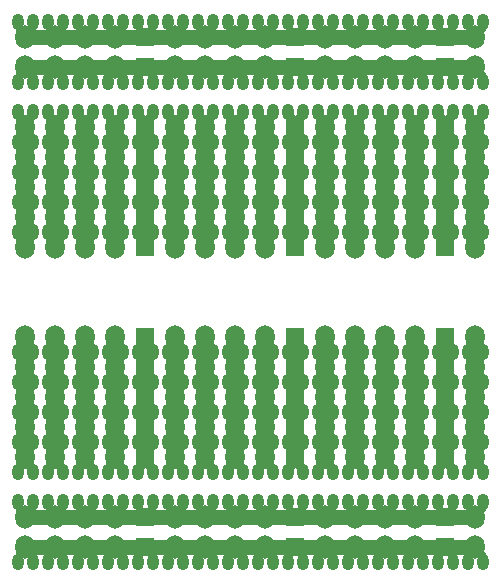
<source format=gbl>
%FSLAX34Y34*%
G04 Gerber Fmt 3.4, Leading zero omitted, Abs format*
G04 (created by PCBNEW (2014-06-12 BZR 4942)-product) date Sat 14 Jun 2014 05:02:03 AM CEST*
%MOIN*%
G01*
G70*
G90*
G04 APERTURE LIST*
%ADD10C,0.005906*%
%ADD11O,0.064961X0.078740*%
%ADD12R,0.064961X0.064961*%
%ADD13O,0.039370X0.055118*%
%ADD14C,0.016000*%
%ADD15C,0.050000*%
G04 APERTURE END LIST*
G54D10*
G54D11*
X10750Y-40500D03*
X11750Y-40500D03*
X12750Y-40500D03*
X13750Y-40500D03*
G54D12*
X14750Y-40500D03*
G54D11*
X15750Y-40500D03*
X16750Y-40500D03*
X17750Y-40500D03*
X18750Y-30500D03*
G54D12*
X19750Y-30500D03*
G54D11*
X20750Y-30500D03*
X21750Y-30500D03*
X22750Y-30500D03*
X23750Y-30500D03*
G54D12*
X24750Y-30500D03*
G54D11*
X25750Y-30500D03*
G54D13*
X22500Y-29000D03*
X23000Y-29000D03*
X23500Y-29000D03*
X24000Y-29000D03*
X24500Y-29000D03*
X25000Y-29000D03*
X25500Y-29000D03*
X26000Y-29000D03*
G54D11*
X18750Y-33500D03*
G54D12*
X19750Y-33500D03*
G54D11*
X20750Y-33500D03*
X21750Y-33500D03*
X22750Y-33500D03*
X23750Y-33500D03*
G54D12*
X24750Y-33500D03*
G54D11*
X25750Y-33500D03*
X18750Y-29500D03*
G54D12*
X19750Y-29500D03*
G54D11*
X20750Y-29500D03*
X21750Y-29500D03*
X22750Y-29500D03*
X23750Y-29500D03*
G54D12*
X24750Y-29500D03*
G54D11*
X25750Y-29500D03*
X18750Y-31500D03*
G54D12*
X19750Y-31500D03*
G54D11*
X20750Y-31500D03*
X21750Y-31500D03*
X22750Y-31500D03*
X23750Y-31500D03*
G54D12*
X24750Y-31500D03*
G54D11*
X25750Y-31500D03*
X18750Y-32500D03*
G54D12*
X19750Y-32500D03*
G54D11*
X20750Y-32500D03*
X21750Y-32500D03*
X22750Y-32500D03*
X23750Y-32500D03*
G54D12*
X24750Y-32500D03*
G54D11*
X25750Y-32500D03*
X18750Y-36500D03*
G54D12*
X19750Y-36500D03*
G54D11*
X20750Y-36500D03*
X21750Y-36500D03*
X22750Y-36500D03*
X23750Y-36500D03*
G54D12*
X24750Y-36500D03*
G54D11*
X25750Y-36500D03*
X18750Y-40500D03*
G54D12*
X19750Y-40500D03*
G54D11*
X20750Y-40500D03*
X21750Y-40500D03*
X22750Y-40500D03*
X23750Y-40500D03*
G54D12*
X24750Y-40500D03*
G54D11*
X25750Y-40500D03*
X18750Y-39500D03*
G54D12*
X19750Y-39500D03*
G54D11*
X20750Y-39500D03*
X21750Y-39500D03*
X22750Y-39500D03*
X23750Y-39500D03*
G54D12*
X24750Y-39500D03*
G54D11*
X25750Y-39500D03*
X18750Y-38500D03*
G54D12*
X19750Y-38500D03*
G54D11*
X20750Y-38500D03*
X21750Y-38500D03*
X22750Y-38500D03*
X23750Y-38500D03*
G54D12*
X24750Y-38500D03*
G54D11*
X25750Y-38500D03*
X18750Y-37500D03*
G54D12*
X19750Y-37500D03*
G54D11*
X20750Y-37500D03*
X21750Y-37500D03*
X22750Y-37500D03*
X23750Y-37500D03*
G54D12*
X24750Y-37500D03*
G54D11*
X25750Y-37500D03*
G54D13*
X18500Y-29000D03*
X19000Y-29000D03*
X19500Y-29000D03*
X20000Y-29000D03*
X20500Y-29000D03*
X21000Y-29000D03*
X21500Y-29000D03*
X22000Y-29000D03*
X18500Y-30000D03*
X19000Y-30000D03*
X19500Y-30000D03*
X20000Y-30000D03*
X20500Y-30000D03*
X21000Y-30000D03*
X21500Y-30000D03*
X22000Y-30000D03*
X18500Y-31000D03*
X19000Y-31000D03*
X19500Y-31000D03*
X20000Y-31000D03*
X20500Y-31000D03*
X21000Y-31000D03*
X21500Y-31000D03*
X22000Y-31000D03*
X18500Y-32000D03*
X19000Y-32000D03*
X19500Y-32000D03*
X20000Y-32000D03*
X20500Y-32000D03*
X21000Y-32000D03*
X21500Y-32000D03*
X22000Y-32000D03*
X18500Y-33000D03*
X19000Y-33000D03*
X19500Y-33000D03*
X20000Y-33000D03*
X20500Y-33000D03*
X21000Y-33000D03*
X21500Y-33000D03*
X22000Y-33000D03*
X18500Y-37000D03*
X19000Y-37000D03*
X19500Y-37000D03*
X20000Y-37000D03*
X20500Y-37000D03*
X21000Y-37000D03*
X21500Y-37000D03*
X22000Y-37000D03*
X18500Y-38000D03*
X19000Y-38000D03*
X19500Y-38000D03*
X20000Y-38000D03*
X20500Y-38000D03*
X21000Y-38000D03*
X21500Y-38000D03*
X22000Y-38000D03*
X18500Y-39000D03*
X19000Y-39000D03*
X19500Y-39000D03*
X20000Y-39000D03*
X20500Y-39000D03*
X21000Y-39000D03*
X21500Y-39000D03*
X22000Y-39000D03*
X18500Y-40000D03*
X19000Y-40000D03*
X19500Y-40000D03*
X20000Y-40000D03*
X20500Y-40000D03*
X21000Y-40000D03*
X21500Y-40000D03*
X22000Y-40000D03*
X18500Y-41000D03*
X19000Y-41000D03*
X19500Y-41000D03*
X20000Y-41000D03*
X20500Y-41000D03*
X21000Y-41000D03*
X21500Y-41000D03*
X22000Y-41000D03*
X22500Y-30000D03*
X23000Y-30000D03*
X23500Y-30000D03*
X24000Y-30000D03*
X24500Y-30000D03*
X25000Y-30000D03*
X25500Y-30000D03*
X26000Y-30000D03*
X22500Y-31000D03*
X23000Y-31000D03*
X23500Y-31000D03*
X24000Y-31000D03*
X24500Y-31000D03*
X25000Y-31000D03*
X25500Y-31000D03*
X26000Y-31000D03*
X22500Y-32000D03*
X23000Y-32000D03*
X23500Y-32000D03*
X24000Y-32000D03*
X24500Y-32000D03*
X25000Y-32000D03*
X25500Y-32000D03*
X26000Y-32000D03*
X22500Y-33000D03*
X23000Y-33000D03*
X23500Y-33000D03*
X24000Y-33000D03*
X24500Y-33000D03*
X25000Y-33000D03*
X25500Y-33000D03*
X26000Y-33000D03*
X22500Y-41000D03*
X23000Y-41000D03*
X23500Y-41000D03*
X24000Y-41000D03*
X24500Y-41000D03*
X25000Y-41000D03*
X25500Y-41000D03*
X26000Y-41000D03*
X22500Y-40000D03*
X23000Y-40000D03*
X23500Y-40000D03*
X24000Y-40000D03*
X24500Y-40000D03*
X25000Y-40000D03*
X25500Y-40000D03*
X26000Y-40000D03*
X22500Y-39000D03*
X23000Y-39000D03*
X23500Y-39000D03*
X24000Y-39000D03*
X24500Y-39000D03*
X25000Y-39000D03*
X25500Y-39000D03*
X26000Y-39000D03*
X22500Y-38000D03*
X23000Y-38000D03*
X23500Y-38000D03*
X24000Y-38000D03*
X24500Y-38000D03*
X25000Y-38000D03*
X25500Y-38000D03*
X26000Y-38000D03*
X22500Y-37000D03*
X23000Y-37000D03*
X23500Y-37000D03*
X24000Y-37000D03*
X24500Y-37000D03*
X25000Y-37000D03*
X25500Y-37000D03*
X26000Y-37000D03*
X18500Y-42000D03*
X19000Y-42000D03*
X19500Y-42000D03*
X20000Y-42000D03*
X20500Y-42000D03*
X21000Y-42000D03*
X21500Y-42000D03*
X22000Y-42000D03*
X22500Y-42000D03*
X23000Y-42000D03*
X23500Y-42000D03*
X24000Y-42000D03*
X24500Y-42000D03*
X25000Y-42000D03*
X25500Y-42000D03*
X26000Y-42000D03*
G54D11*
X18750Y-42500D03*
G54D12*
X19750Y-42500D03*
G54D11*
X20750Y-42500D03*
X21750Y-42500D03*
X22750Y-42500D03*
X23750Y-42500D03*
G54D12*
X24750Y-42500D03*
G54D11*
X25750Y-42500D03*
X18750Y-43500D03*
G54D12*
X19750Y-43500D03*
G54D11*
X20750Y-43500D03*
X21750Y-43500D03*
X22750Y-43500D03*
X23750Y-43500D03*
G54D12*
X24750Y-43500D03*
G54D11*
X25750Y-43500D03*
G54D13*
X22500Y-44000D03*
X23000Y-44000D03*
X23500Y-44000D03*
X24000Y-44000D03*
X24500Y-44000D03*
X25000Y-44000D03*
X25500Y-44000D03*
X26000Y-44000D03*
X18500Y-44000D03*
X19000Y-44000D03*
X19500Y-44000D03*
X20000Y-44000D03*
X20500Y-44000D03*
X21000Y-44000D03*
X21500Y-44000D03*
X22000Y-44000D03*
X18500Y-28000D03*
X19000Y-28000D03*
X19500Y-28000D03*
X20000Y-28000D03*
X20500Y-28000D03*
X21000Y-28000D03*
X21500Y-28000D03*
X22000Y-28000D03*
X22500Y-28000D03*
X23000Y-28000D03*
X23500Y-28000D03*
X24000Y-28000D03*
X24500Y-28000D03*
X25000Y-28000D03*
X25500Y-28000D03*
X26000Y-28000D03*
G54D11*
X18750Y-27500D03*
G54D12*
X19750Y-27500D03*
G54D11*
X20750Y-27500D03*
X21750Y-27500D03*
X22750Y-27500D03*
X23750Y-27500D03*
G54D12*
X24750Y-27500D03*
G54D11*
X25750Y-27500D03*
X18750Y-26500D03*
G54D12*
X19750Y-26500D03*
G54D11*
X20750Y-26500D03*
X21750Y-26500D03*
X22750Y-26500D03*
X23750Y-26500D03*
G54D12*
X24750Y-26500D03*
G54D11*
X25750Y-26500D03*
G54D13*
X22500Y-26000D03*
X23000Y-26000D03*
X23500Y-26000D03*
X24000Y-26000D03*
X24500Y-26000D03*
X25000Y-26000D03*
X25500Y-26000D03*
X26000Y-26000D03*
X18500Y-26000D03*
X19000Y-26000D03*
X19500Y-26000D03*
X20000Y-26000D03*
X20500Y-26000D03*
X21000Y-26000D03*
X21500Y-26000D03*
X22000Y-26000D03*
X10500Y-26000D03*
X11000Y-26000D03*
X11500Y-26000D03*
X12000Y-26000D03*
X12500Y-26000D03*
X13000Y-26000D03*
X13500Y-26000D03*
X14000Y-26000D03*
X14500Y-26000D03*
X15000Y-26000D03*
X15500Y-26000D03*
X16000Y-26000D03*
X16500Y-26000D03*
X17000Y-26000D03*
X17500Y-26000D03*
X18000Y-26000D03*
G54D11*
X10750Y-26500D03*
X11750Y-26500D03*
X12750Y-26500D03*
X13750Y-26500D03*
G54D12*
X14750Y-26500D03*
G54D11*
X15750Y-26500D03*
X16750Y-26500D03*
X17750Y-26500D03*
X10750Y-27500D03*
X11750Y-27500D03*
X12750Y-27500D03*
X13750Y-27500D03*
G54D12*
X14750Y-27500D03*
G54D11*
X15750Y-27500D03*
X16750Y-27500D03*
X17750Y-27500D03*
G54D13*
X14500Y-28000D03*
X15000Y-28000D03*
X15500Y-28000D03*
X16000Y-28000D03*
X16500Y-28000D03*
X17000Y-28000D03*
X17500Y-28000D03*
X18000Y-28000D03*
X10500Y-28000D03*
X11000Y-28000D03*
X11500Y-28000D03*
X12000Y-28000D03*
X12500Y-28000D03*
X13000Y-28000D03*
X13500Y-28000D03*
X14000Y-28000D03*
X10500Y-44000D03*
X11000Y-44000D03*
X11500Y-44000D03*
X12000Y-44000D03*
X12500Y-44000D03*
X13000Y-44000D03*
X13500Y-44000D03*
X14000Y-44000D03*
X14500Y-44000D03*
X15000Y-44000D03*
X15500Y-44000D03*
X16000Y-44000D03*
X16500Y-44000D03*
X17000Y-44000D03*
X17500Y-44000D03*
X18000Y-44000D03*
G54D11*
X10750Y-43500D03*
X11750Y-43500D03*
X12750Y-43500D03*
X13750Y-43500D03*
G54D12*
X14750Y-43500D03*
G54D11*
X15750Y-43500D03*
X16750Y-43500D03*
X17750Y-43500D03*
X10750Y-42500D03*
X11750Y-42500D03*
X12750Y-42500D03*
X13750Y-42500D03*
G54D12*
X14750Y-42500D03*
G54D11*
X15750Y-42500D03*
X16750Y-42500D03*
X17750Y-42500D03*
G54D13*
X14500Y-42000D03*
X15000Y-42000D03*
X15500Y-42000D03*
X16000Y-42000D03*
X16500Y-42000D03*
X17000Y-42000D03*
X17500Y-42000D03*
X18000Y-42000D03*
X10500Y-42000D03*
X11000Y-42000D03*
X11500Y-42000D03*
X12000Y-42000D03*
X12500Y-42000D03*
X13000Y-42000D03*
X13500Y-42000D03*
X14000Y-42000D03*
X14500Y-37000D03*
X15000Y-37000D03*
X15500Y-37000D03*
X16000Y-37000D03*
X16500Y-37000D03*
X17000Y-37000D03*
X17500Y-37000D03*
X18000Y-37000D03*
X14500Y-38000D03*
X15000Y-38000D03*
X15500Y-38000D03*
X16000Y-38000D03*
X16500Y-38000D03*
X17000Y-38000D03*
X17500Y-38000D03*
X18000Y-38000D03*
X14500Y-39000D03*
X15000Y-39000D03*
X15500Y-39000D03*
X16000Y-39000D03*
X16500Y-39000D03*
X17000Y-39000D03*
X17500Y-39000D03*
X18000Y-39000D03*
X14500Y-40000D03*
X15000Y-40000D03*
X15500Y-40000D03*
X16000Y-40000D03*
X16500Y-40000D03*
X17000Y-40000D03*
X17500Y-40000D03*
X18000Y-40000D03*
X14500Y-41000D03*
X15000Y-41000D03*
X15500Y-41000D03*
X16000Y-41000D03*
X16500Y-41000D03*
X17000Y-41000D03*
X17500Y-41000D03*
X18000Y-41000D03*
X14500Y-33000D03*
X15000Y-33000D03*
X15500Y-33000D03*
X16000Y-33000D03*
X16500Y-33000D03*
X17000Y-33000D03*
X17500Y-33000D03*
X18000Y-33000D03*
X14500Y-32000D03*
X15000Y-32000D03*
X15500Y-32000D03*
X16000Y-32000D03*
X16500Y-32000D03*
X17000Y-32000D03*
X17500Y-32000D03*
X18000Y-32000D03*
X14500Y-31000D03*
X15000Y-31000D03*
X15500Y-31000D03*
X16000Y-31000D03*
X16500Y-31000D03*
X17000Y-31000D03*
X17500Y-31000D03*
X18000Y-31000D03*
X14500Y-30000D03*
X15000Y-30000D03*
X15500Y-30000D03*
X16000Y-30000D03*
X16500Y-30000D03*
X17000Y-30000D03*
X17500Y-30000D03*
X18000Y-30000D03*
X10500Y-41000D03*
X11000Y-41000D03*
X11500Y-41000D03*
X12000Y-41000D03*
X12500Y-41000D03*
X13000Y-41000D03*
X13500Y-41000D03*
X14000Y-41000D03*
X10500Y-40000D03*
X11000Y-40000D03*
X11500Y-40000D03*
X12000Y-40000D03*
X12500Y-40000D03*
X13000Y-40000D03*
X13500Y-40000D03*
X14000Y-40000D03*
X10500Y-39000D03*
X11000Y-39000D03*
X11500Y-39000D03*
X12000Y-39000D03*
X12500Y-39000D03*
X13000Y-39000D03*
X13500Y-39000D03*
X14000Y-39000D03*
X10500Y-38000D03*
X11000Y-38000D03*
X11500Y-38000D03*
X12000Y-38000D03*
X12500Y-38000D03*
X13000Y-38000D03*
X13500Y-38000D03*
X14000Y-38000D03*
X10500Y-37000D03*
X11000Y-37000D03*
X11500Y-37000D03*
X12000Y-37000D03*
X12500Y-37000D03*
X13000Y-37000D03*
X13500Y-37000D03*
X14000Y-37000D03*
X10500Y-33000D03*
X11000Y-33000D03*
X11500Y-33000D03*
X12000Y-33000D03*
X12500Y-33000D03*
X13000Y-33000D03*
X13500Y-33000D03*
X14000Y-33000D03*
X10500Y-32000D03*
X11000Y-32000D03*
X11500Y-32000D03*
X12000Y-32000D03*
X12500Y-32000D03*
X13000Y-32000D03*
X13500Y-32000D03*
X14000Y-32000D03*
X10500Y-31000D03*
X11000Y-31000D03*
X11500Y-31000D03*
X12000Y-31000D03*
X12500Y-31000D03*
X13000Y-31000D03*
X13500Y-31000D03*
X14000Y-31000D03*
X10500Y-30000D03*
X11000Y-30000D03*
X11500Y-30000D03*
X12000Y-30000D03*
X12500Y-30000D03*
X13000Y-30000D03*
X13500Y-30000D03*
X14000Y-30000D03*
X10500Y-29000D03*
X11000Y-29000D03*
X11500Y-29000D03*
X12000Y-29000D03*
X12500Y-29000D03*
X13000Y-29000D03*
X13500Y-29000D03*
X14000Y-29000D03*
G54D11*
X10750Y-37500D03*
X11750Y-37500D03*
X12750Y-37500D03*
X13750Y-37500D03*
G54D12*
X14750Y-37500D03*
G54D11*
X15750Y-37500D03*
X16750Y-37500D03*
X17750Y-37500D03*
X10750Y-38500D03*
X11750Y-38500D03*
X12750Y-38500D03*
X13750Y-38500D03*
G54D12*
X14750Y-38500D03*
G54D11*
X15750Y-38500D03*
X16750Y-38500D03*
X17750Y-38500D03*
X10750Y-39500D03*
X11750Y-39500D03*
X12750Y-39500D03*
X13750Y-39500D03*
G54D12*
X14750Y-39500D03*
G54D11*
X15750Y-39500D03*
X16750Y-39500D03*
X17750Y-39500D03*
X10750Y-36500D03*
X11750Y-36500D03*
X12750Y-36500D03*
X13750Y-36500D03*
G54D12*
X14750Y-36500D03*
G54D11*
X15750Y-36500D03*
X16750Y-36500D03*
X17750Y-36500D03*
X10750Y-32500D03*
X11750Y-32500D03*
X12750Y-32500D03*
X13750Y-32500D03*
G54D12*
X14750Y-32500D03*
G54D11*
X15750Y-32500D03*
X16750Y-32500D03*
X17750Y-32500D03*
X10750Y-31500D03*
X11750Y-31500D03*
X12750Y-31500D03*
X13750Y-31500D03*
G54D12*
X14750Y-31500D03*
G54D11*
X15750Y-31500D03*
X16750Y-31500D03*
X17750Y-31500D03*
X10750Y-30500D03*
X11750Y-30500D03*
X12750Y-30500D03*
X13750Y-30500D03*
G54D12*
X14750Y-30500D03*
G54D11*
X15750Y-30500D03*
X16750Y-30500D03*
X17750Y-30500D03*
X10750Y-29500D03*
X11750Y-29500D03*
X12750Y-29500D03*
X13750Y-29500D03*
G54D12*
X14750Y-29500D03*
G54D11*
X15750Y-29500D03*
X16750Y-29500D03*
X17750Y-29500D03*
X10750Y-33500D03*
X11750Y-33500D03*
X12750Y-33500D03*
X13750Y-33500D03*
G54D12*
X14750Y-33500D03*
G54D11*
X15750Y-33500D03*
X16750Y-33500D03*
X17750Y-33500D03*
G54D13*
X14500Y-29000D03*
X15000Y-29000D03*
X15500Y-29000D03*
X16000Y-29000D03*
X16500Y-29000D03*
X17000Y-29000D03*
X17500Y-29000D03*
X18000Y-29000D03*
G54D14*
X25750Y-40500D02*
X25750Y-40750D01*
X25750Y-40750D02*
X25500Y-41000D01*
X25750Y-40750D02*
X26000Y-41000D01*
X26000Y-40000D02*
X25500Y-40000D01*
X25500Y-39000D02*
X26000Y-39000D01*
X26000Y-38000D02*
X25500Y-38000D01*
X25500Y-37000D02*
X26000Y-37000D01*
X24750Y-40500D02*
X24750Y-40750D01*
X24750Y-40750D02*
X25000Y-41000D01*
X24750Y-40750D02*
X24500Y-41000D01*
X23750Y-40500D02*
X23750Y-40750D01*
X23750Y-40750D02*
X24000Y-41000D01*
X23750Y-40750D02*
X23500Y-41000D01*
X22750Y-40500D02*
X22750Y-40750D01*
X22750Y-40750D02*
X23000Y-41000D01*
X22750Y-40750D02*
X22500Y-41000D01*
X21750Y-40500D02*
X21750Y-40750D01*
X21750Y-40750D02*
X22000Y-41000D01*
X21750Y-40750D02*
X21500Y-41000D01*
X20750Y-40500D02*
X20750Y-40750D01*
X20750Y-40750D02*
X21000Y-41000D01*
X20750Y-40750D02*
X20500Y-41000D01*
X19750Y-40500D02*
X19750Y-40750D01*
X19750Y-40750D02*
X20000Y-41000D01*
X19750Y-40750D02*
X19500Y-41000D01*
X18750Y-40500D02*
X18750Y-40750D01*
X18750Y-40750D02*
X19000Y-41000D01*
X18750Y-40750D02*
X18500Y-41000D01*
X19000Y-40000D02*
X18500Y-40000D01*
X20000Y-40000D02*
X19500Y-40000D01*
X21000Y-40000D02*
X20500Y-40000D01*
X22000Y-40000D02*
X21500Y-40000D01*
X23000Y-40000D02*
X22500Y-40000D01*
X24000Y-40000D02*
X23500Y-40000D01*
X25000Y-40000D02*
X24500Y-40000D01*
X24500Y-39000D02*
X25000Y-39000D01*
X23500Y-39000D02*
X24000Y-39000D01*
X22500Y-39000D02*
X23000Y-39000D01*
X21500Y-39000D02*
X22000Y-39000D01*
X20500Y-39000D02*
X21000Y-39000D01*
X19500Y-39000D02*
X20000Y-39000D01*
X18500Y-39000D02*
X19000Y-39000D01*
X19000Y-38000D02*
X18500Y-38000D01*
X20000Y-38000D02*
X19500Y-38000D01*
X21000Y-38000D02*
X20500Y-38000D01*
X22000Y-38000D02*
X21500Y-38000D01*
X23000Y-38000D02*
X22500Y-38000D01*
X24000Y-38000D02*
X23500Y-38000D01*
X25000Y-38000D02*
X24500Y-38000D01*
X24500Y-37000D02*
X25000Y-37000D01*
X23500Y-37000D02*
X24000Y-37000D01*
X22500Y-37000D02*
X23000Y-37000D01*
X21500Y-37000D02*
X22000Y-37000D01*
X20500Y-37000D02*
X21000Y-37000D01*
X19500Y-37000D02*
X20000Y-37000D01*
X18500Y-37000D02*
X19000Y-37000D01*
X25500Y-31000D02*
X26000Y-31000D01*
X26000Y-32000D02*
X25500Y-32000D01*
X25500Y-33000D02*
X26000Y-33000D01*
X24500Y-33000D02*
X25000Y-33000D01*
X25000Y-32000D02*
X24500Y-32000D01*
X24500Y-31000D02*
X25000Y-31000D01*
X25500Y-30000D02*
X26000Y-30000D01*
X24500Y-30000D02*
X25000Y-30000D01*
X25750Y-29500D02*
X25750Y-29250D01*
X25750Y-29250D02*
X26000Y-29000D01*
X25750Y-29250D02*
X25500Y-29000D01*
X24750Y-29500D02*
X24750Y-29250D01*
X24750Y-29250D02*
X25000Y-29000D01*
X24750Y-29250D02*
X24500Y-29000D01*
X23750Y-29500D02*
X23750Y-29250D01*
X23750Y-29250D02*
X24000Y-29000D01*
X23750Y-29250D02*
X23500Y-29000D01*
X22750Y-29500D02*
X22750Y-29250D01*
X22750Y-29250D02*
X23000Y-29000D01*
X22750Y-29250D02*
X22500Y-29000D01*
X21750Y-29500D02*
X21750Y-29250D01*
X21750Y-29250D02*
X22000Y-29000D01*
X21750Y-29250D02*
X21500Y-29000D01*
X20750Y-29500D02*
X20750Y-29250D01*
X20750Y-29250D02*
X21000Y-29000D01*
X20750Y-29250D02*
X20500Y-29000D01*
X19750Y-29500D02*
X19750Y-29250D01*
X19750Y-29250D02*
X20000Y-29000D01*
X19750Y-29250D02*
X19500Y-29000D01*
X18750Y-29500D02*
X18750Y-29250D01*
X18750Y-29250D02*
X19000Y-29000D01*
X18750Y-29250D02*
X18500Y-29000D01*
X24000Y-32000D02*
X23500Y-32000D01*
X23500Y-33000D02*
X24000Y-33000D01*
X23000Y-33000D02*
X22500Y-33000D01*
X22500Y-32000D02*
X23000Y-32000D01*
X22000Y-32000D02*
X21500Y-32000D01*
X21500Y-33000D02*
X22000Y-33000D01*
X21000Y-33000D02*
X20500Y-33000D01*
X20500Y-32000D02*
X21000Y-32000D01*
X20000Y-32000D02*
X19500Y-32000D01*
X19500Y-33000D02*
X20000Y-33000D01*
X18500Y-33000D02*
X19000Y-33000D01*
X18500Y-32000D02*
X19000Y-32000D01*
X18500Y-31000D02*
X19000Y-31000D01*
X20000Y-31000D02*
X19500Y-31000D01*
X21000Y-31000D02*
X20500Y-31000D01*
X22000Y-31000D02*
X21500Y-31000D01*
X23000Y-31000D02*
X22500Y-31000D01*
X24000Y-31000D02*
X23500Y-31000D01*
X23500Y-30000D02*
X24000Y-30000D01*
X22500Y-30000D02*
X23000Y-30000D01*
X21500Y-30000D02*
X22000Y-30000D01*
X20500Y-30000D02*
X21000Y-30000D01*
X19500Y-30000D02*
X20000Y-30000D01*
X18500Y-30000D02*
X19000Y-30000D01*
X25750Y-36500D02*
X25750Y-39750D01*
X25750Y-39750D02*
X25750Y-40500D01*
X24750Y-40500D02*
X24750Y-37250D01*
X24750Y-37250D02*
X24750Y-36500D01*
X23750Y-36500D02*
X23750Y-39500D01*
X23750Y-39500D02*
X23750Y-40500D01*
X22750Y-40500D02*
X22750Y-37250D01*
X22750Y-37250D02*
X22750Y-36500D01*
X21750Y-36500D02*
X21750Y-39750D01*
X21750Y-39750D02*
X21750Y-40500D01*
X20750Y-40500D02*
X20750Y-37250D01*
X20750Y-37250D02*
X20750Y-36500D01*
X19750Y-36500D02*
X19750Y-40750D01*
X18750Y-40500D02*
X18750Y-37250D01*
X18750Y-37250D02*
X18750Y-36500D01*
X25750Y-33500D02*
X25750Y-30750D01*
X25750Y-30750D02*
X25750Y-29500D01*
X24750Y-29500D02*
X24750Y-33500D01*
X23750Y-33500D02*
X23750Y-30250D01*
X23750Y-30250D02*
X23750Y-29500D01*
X22750Y-29500D02*
X22750Y-31750D01*
X22750Y-31750D02*
X22750Y-33500D01*
X21750Y-33500D02*
X21750Y-29500D01*
X20750Y-29500D02*
X20750Y-32250D01*
X20750Y-32250D02*
X20750Y-33500D01*
X19750Y-33500D02*
X19750Y-30250D01*
X19750Y-30250D02*
X19750Y-29500D01*
X18750Y-29500D02*
X18750Y-33500D01*
X22500Y-28000D02*
X22500Y-27750D01*
X22500Y-27750D02*
X22750Y-27500D01*
X23000Y-28000D02*
X23000Y-27750D01*
X23000Y-27750D02*
X22750Y-27500D01*
X23500Y-28000D02*
X23500Y-27750D01*
X23500Y-27750D02*
X23750Y-27500D01*
X24000Y-28000D02*
X24000Y-27750D01*
X24000Y-27750D02*
X23750Y-27500D01*
X24500Y-28000D02*
X24500Y-27750D01*
X24500Y-27750D02*
X24750Y-27500D01*
X25000Y-28000D02*
X25000Y-27750D01*
X25000Y-27750D02*
X24750Y-27500D01*
X25500Y-28000D02*
X25500Y-27750D01*
X25500Y-27750D02*
X25750Y-27500D01*
X26000Y-28000D02*
X26000Y-27750D01*
X26000Y-27750D02*
X25750Y-27500D01*
X26000Y-26000D02*
X26000Y-26250D01*
X26000Y-26250D02*
X25750Y-26500D01*
X25500Y-26000D02*
X25500Y-26250D01*
X25500Y-26250D02*
X25750Y-26500D01*
X25000Y-26000D02*
X25000Y-26250D01*
X25000Y-26250D02*
X24750Y-26500D01*
X24500Y-26000D02*
X24500Y-26250D01*
X24500Y-26250D02*
X24750Y-26500D01*
X24000Y-26000D02*
X24000Y-26250D01*
X24000Y-26250D02*
X23750Y-26500D01*
X23500Y-26000D02*
X23500Y-26250D01*
X23500Y-26250D02*
X23750Y-26500D01*
X23000Y-26000D02*
X23000Y-26250D01*
X23000Y-26250D02*
X22750Y-26500D01*
X22500Y-26000D02*
X22500Y-26250D01*
X22500Y-26250D02*
X22750Y-26500D01*
X17500Y-28000D02*
X17500Y-27750D01*
X17500Y-27750D02*
X17750Y-27500D01*
X18000Y-28000D02*
X18000Y-27750D01*
X18000Y-27750D02*
X17750Y-27500D01*
X18500Y-28000D02*
X18500Y-27750D01*
X18500Y-27750D02*
X18750Y-27500D01*
X19000Y-28000D02*
X19000Y-27750D01*
X19000Y-27750D02*
X18750Y-27500D01*
X19500Y-28000D02*
X19500Y-27750D01*
X19500Y-27750D02*
X19750Y-27500D01*
X20000Y-28000D02*
X20000Y-27750D01*
X20000Y-27750D02*
X19750Y-27500D01*
X20500Y-28000D02*
X20500Y-27750D01*
X20500Y-27750D02*
X20750Y-27500D01*
X21000Y-28000D02*
X21000Y-27750D01*
X21000Y-27750D02*
X20750Y-27500D01*
X21500Y-28000D02*
X21500Y-27750D01*
X21500Y-27750D02*
X21750Y-27500D01*
X22000Y-28000D02*
X22000Y-27750D01*
X22000Y-27750D02*
X21750Y-27500D01*
X22000Y-26000D02*
X22000Y-26250D01*
X22000Y-26250D02*
X21750Y-26500D01*
X21500Y-26000D02*
X21500Y-26250D01*
X21500Y-26250D02*
X21750Y-26500D01*
X21000Y-26000D02*
X21000Y-26250D01*
X21000Y-26250D02*
X20750Y-26500D01*
X20500Y-26000D02*
X20500Y-26250D01*
X20500Y-26250D02*
X20750Y-26500D01*
X20000Y-26000D02*
X20000Y-26250D01*
X20000Y-26250D02*
X19750Y-26500D01*
X19500Y-26000D02*
X19500Y-26250D01*
X19500Y-26250D02*
X19750Y-26500D01*
X19000Y-26000D02*
X19000Y-26250D01*
X19000Y-26250D02*
X18750Y-26500D01*
X18500Y-26000D02*
X18500Y-26250D01*
X18500Y-26250D02*
X18750Y-26500D01*
X18000Y-26000D02*
X18000Y-26250D01*
X18000Y-26250D02*
X17750Y-26500D01*
X17500Y-26000D02*
X17500Y-26250D01*
X17500Y-26250D02*
X17750Y-26500D01*
X14500Y-28000D02*
X14500Y-27750D01*
X14500Y-27750D02*
X14750Y-27500D01*
X15000Y-28000D02*
X15000Y-27750D01*
X15000Y-27750D02*
X14750Y-27500D01*
X15500Y-28000D02*
X15500Y-27750D01*
X15500Y-27750D02*
X15750Y-27500D01*
X16000Y-28000D02*
X16000Y-27750D01*
X16000Y-27750D02*
X15750Y-27500D01*
X16500Y-28000D02*
X16500Y-27750D01*
X16500Y-27750D02*
X16750Y-27500D01*
X17000Y-28000D02*
X17000Y-27750D01*
X17000Y-27750D02*
X16750Y-27500D01*
X17000Y-26000D02*
X17000Y-26250D01*
X17000Y-26250D02*
X16750Y-26500D01*
X16500Y-26000D02*
X16500Y-26250D01*
X16500Y-26250D02*
X16750Y-26500D01*
X16000Y-26000D02*
X16000Y-26250D01*
X16000Y-26250D02*
X15750Y-26500D01*
X15500Y-26000D02*
X15500Y-26250D01*
X15500Y-26250D02*
X15750Y-26500D01*
X15000Y-26000D02*
X15000Y-26250D01*
X15000Y-26250D02*
X14750Y-26500D01*
X14500Y-26000D02*
X14500Y-26250D01*
X14500Y-26250D02*
X14750Y-26500D01*
X10500Y-28000D02*
X10500Y-27750D01*
X10500Y-27750D02*
X10750Y-27500D01*
X11000Y-28000D02*
X11000Y-27750D01*
X11000Y-27750D02*
X10750Y-27500D01*
X11500Y-28000D02*
X11500Y-27750D01*
X11500Y-27750D02*
X11750Y-27500D01*
X12000Y-28000D02*
X12000Y-27750D01*
X12000Y-27750D02*
X11750Y-27500D01*
X12500Y-28000D02*
X12500Y-27750D01*
X12500Y-27750D02*
X12750Y-27500D01*
X13000Y-28000D02*
X13000Y-27750D01*
X13000Y-27750D02*
X12750Y-27500D01*
X13500Y-28000D02*
X13500Y-27750D01*
X13500Y-27750D02*
X13750Y-27500D01*
X14000Y-28000D02*
X14000Y-27750D01*
X14000Y-27750D02*
X13750Y-27500D01*
X14000Y-26000D02*
X14000Y-26250D01*
X14000Y-26250D02*
X13750Y-26500D01*
X13500Y-26000D02*
X13500Y-26250D01*
X13500Y-26250D02*
X13750Y-26500D01*
X13000Y-26000D02*
X13000Y-26250D01*
X13000Y-26250D02*
X12750Y-26500D01*
X12500Y-26000D02*
X12500Y-26250D01*
X12500Y-26250D02*
X12750Y-26500D01*
X12000Y-26000D02*
X12000Y-26250D01*
X12000Y-26250D02*
X11750Y-26500D01*
X11500Y-26000D02*
X11500Y-26250D01*
X11500Y-26250D02*
X11750Y-26500D01*
X11000Y-26000D02*
X11000Y-26250D01*
X11000Y-26250D02*
X10750Y-26500D01*
X10500Y-26000D02*
X10500Y-26250D01*
X10500Y-26250D02*
X10750Y-26500D01*
X24500Y-44000D02*
X24500Y-43750D01*
X24500Y-43750D02*
X24750Y-43500D01*
X25000Y-44000D02*
X25000Y-43750D01*
X25000Y-43750D02*
X24750Y-43500D01*
X25500Y-44000D02*
X25500Y-43750D01*
X25500Y-43750D02*
X25750Y-43500D01*
X26000Y-44000D02*
X26000Y-43750D01*
X26000Y-43750D02*
X25750Y-43500D01*
X26000Y-42000D02*
X26000Y-42250D01*
X26000Y-42250D02*
X25750Y-42500D01*
X25500Y-42000D02*
X25500Y-42250D01*
X25500Y-42250D02*
X25750Y-42500D01*
X25000Y-42000D02*
X25000Y-42250D01*
X25000Y-42250D02*
X24750Y-42500D01*
X24500Y-42000D02*
X24500Y-42250D01*
X24500Y-42250D02*
X24750Y-42500D01*
X24000Y-44000D02*
X24000Y-43750D01*
X24000Y-43750D02*
X23750Y-43500D01*
X23500Y-44000D02*
X23500Y-43750D01*
X23500Y-43750D02*
X23750Y-43500D01*
X24000Y-42000D02*
X24000Y-42250D01*
X24000Y-42250D02*
X23750Y-42500D01*
X23500Y-42000D02*
X23500Y-42250D01*
X23500Y-42250D02*
X23750Y-42500D01*
X22500Y-42000D02*
X22500Y-42250D01*
X22500Y-42250D02*
X22750Y-42500D01*
X23000Y-42000D02*
X23000Y-42250D01*
X23000Y-42250D02*
X22750Y-42500D01*
X23000Y-44000D02*
X23000Y-43750D01*
X23000Y-43750D02*
X22750Y-43500D01*
X22500Y-44000D02*
X22500Y-43750D01*
X22500Y-43750D02*
X22750Y-43500D01*
X22000Y-44000D02*
X22000Y-43750D01*
X22000Y-43750D02*
X21750Y-43500D01*
X21500Y-44000D02*
X21500Y-43750D01*
X21500Y-43750D02*
X21750Y-43500D01*
X22000Y-42000D02*
X22000Y-42250D01*
X22000Y-42250D02*
X21750Y-42500D01*
X21500Y-42000D02*
X21500Y-42250D01*
X21500Y-42250D02*
X21750Y-42500D01*
X19500Y-42000D02*
X19500Y-42250D01*
X19500Y-42250D02*
X19750Y-42500D01*
X20000Y-42000D02*
X20000Y-42250D01*
X20000Y-42250D02*
X19750Y-42500D01*
X20500Y-42000D02*
X20500Y-42250D01*
X20500Y-42250D02*
X20750Y-42500D01*
X21000Y-42000D02*
X21000Y-42250D01*
X21000Y-42250D02*
X20750Y-42500D01*
X21000Y-44000D02*
X21000Y-43750D01*
X21000Y-43750D02*
X20750Y-43500D01*
X20500Y-44000D02*
X20500Y-43750D01*
X20500Y-43750D02*
X20750Y-43500D01*
X20000Y-44000D02*
X20000Y-43750D01*
X20000Y-43750D02*
X19750Y-43500D01*
X19500Y-44000D02*
X19500Y-43750D01*
X19500Y-43750D02*
X19750Y-43500D01*
X19000Y-44000D02*
X19000Y-43750D01*
X19000Y-43750D02*
X18750Y-43500D01*
X18500Y-44000D02*
X18500Y-43750D01*
X18500Y-43750D02*
X18750Y-43500D01*
X19000Y-42000D02*
X19000Y-42250D01*
X19000Y-42250D02*
X18750Y-42500D01*
X18500Y-42000D02*
X18500Y-42250D01*
X18500Y-42250D02*
X18750Y-42500D01*
X18000Y-44000D02*
X18000Y-43750D01*
X18000Y-43750D02*
X17750Y-43500D01*
X17500Y-44000D02*
X17500Y-43750D01*
X17500Y-43750D02*
X17750Y-43500D01*
X18000Y-42000D02*
X18000Y-42250D01*
X18000Y-42250D02*
X17750Y-42500D01*
X17500Y-42000D02*
X17500Y-42250D01*
X17500Y-42250D02*
X17750Y-42500D01*
X17000Y-42000D02*
X17000Y-42250D01*
X17000Y-42250D02*
X16750Y-42500D01*
X17000Y-44000D02*
X17000Y-43750D01*
X17000Y-43750D02*
X16750Y-43500D01*
X16500Y-44000D02*
X16500Y-43750D01*
X16500Y-43750D02*
X16750Y-43500D01*
X16500Y-42000D02*
X16500Y-42250D01*
X16500Y-42250D02*
X16750Y-42500D01*
X16000Y-42000D02*
X16000Y-42250D01*
X16000Y-42250D02*
X15750Y-42500D01*
X16000Y-44000D02*
X16000Y-43750D01*
X16000Y-43750D02*
X15750Y-43500D01*
X15500Y-44000D02*
X15500Y-43750D01*
X15500Y-43750D02*
X15750Y-43500D01*
X15500Y-42000D02*
X15500Y-42250D01*
X15500Y-42250D02*
X15750Y-42500D01*
X14500Y-42000D02*
X14500Y-42250D01*
X14500Y-42250D02*
X14750Y-42500D01*
X15000Y-42000D02*
X15000Y-42250D01*
X15000Y-42250D02*
X14750Y-42500D01*
X15000Y-44000D02*
X15000Y-43750D01*
X15000Y-43750D02*
X14750Y-43500D01*
X14500Y-44000D02*
X14500Y-43750D01*
X14500Y-43750D02*
X14750Y-43500D01*
X14000Y-44000D02*
X14000Y-43750D01*
X14000Y-43750D02*
X13750Y-43500D01*
X13500Y-44000D02*
X13500Y-43750D01*
X13500Y-43750D02*
X13750Y-43500D01*
X13000Y-44000D02*
X13000Y-43750D01*
X13000Y-43750D02*
X12750Y-43500D01*
X12500Y-44000D02*
X12500Y-43750D01*
X12500Y-43750D02*
X12750Y-43500D01*
X14000Y-42000D02*
X14000Y-42250D01*
X14000Y-42250D02*
X13750Y-42500D01*
X13500Y-42000D02*
X13500Y-42250D01*
X13500Y-42250D02*
X13750Y-42500D01*
X13000Y-42000D02*
X13000Y-42250D01*
X13000Y-42250D02*
X12750Y-42500D01*
X12500Y-42000D02*
X12500Y-42250D01*
X12500Y-42250D02*
X12750Y-42500D01*
X12000Y-42000D02*
X12000Y-42250D01*
X12000Y-42250D02*
X11750Y-42500D01*
X11500Y-42000D02*
X11500Y-42250D01*
X11500Y-42250D02*
X11750Y-42500D01*
X12000Y-44000D02*
X12000Y-43750D01*
X12000Y-43750D02*
X11750Y-43500D01*
X11500Y-44000D02*
X11500Y-43750D01*
X11500Y-43750D02*
X11750Y-43500D01*
X11000Y-44000D02*
X11000Y-43750D01*
X11000Y-43750D02*
X10750Y-43500D01*
X10500Y-44000D02*
X10500Y-43750D01*
X10500Y-43750D02*
X10750Y-43500D01*
X10500Y-42000D02*
X10500Y-42250D01*
X10500Y-42250D02*
X10750Y-42500D01*
X11000Y-42000D02*
X11000Y-42250D01*
X11000Y-42250D02*
X10750Y-42500D01*
X10750Y-29250D02*
X10500Y-29000D01*
X10750Y-33500D02*
X10750Y-29250D01*
X11750Y-29250D02*
X11500Y-29000D01*
X11750Y-33500D02*
X11750Y-29250D01*
X12750Y-29250D02*
X12500Y-29000D01*
X12750Y-33500D02*
X12750Y-29250D01*
X13750Y-29250D02*
X13500Y-29000D01*
X13750Y-33500D02*
X13750Y-29250D01*
X14750Y-29250D02*
X14500Y-29000D01*
X14750Y-33500D02*
X14750Y-29250D01*
X15750Y-29250D02*
X15500Y-29000D01*
X15750Y-33500D02*
X15750Y-29250D01*
X16750Y-29250D02*
X16500Y-29000D01*
X16750Y-33500D02*
X16750Y-29250D01*
X17750Y-29250D02*
X17500Y-29000D01*
X17750Y-33500D02*
X17750Y-29250D01*
X10750Y-40750D02*
X10500Y-41000D01*
X10750Y-36500D02*
X10750Y-40750D01*
X11750Y-40750D02*
X11500Y-41000D01*
X11750Y-36500D02*
X11750Y-40750D01*
X12750Y-40750D02*
X12500Y-41000D01*
X12750Y-36500D02*
X12750Y-40750D01*
X13750Y-40750D02*
X13500Y-41000D01*
X13750Y-36500D02*
X13750Y-40750D01*
X14750Y-40750D02*
X14500Y-41000D01*
X14750Y-36500D02*
X14750Y-40750D01*
X15750Y-40750D02*
X15500Y-41000D01*
X15750Y-36500D02*
X15750Y-40750D01*
X16750Y-40750D02*
X16500Y-41000D01*
X16750Y-36500D02*
X16750Y-40750D01*
X17750Y-40750D02*
X17500Y-41000D01*
X17750Y-36500D02*
X17750Y-40750D01*
X11000Y-29000D02*
X10750Y-29250D01*
X11750Y-29250D02*
X12000Y-29000D01*
X11750Y-29500D02*
X11750Y-29250D01*
X12750Y-29250D02*
X13000Y-29000D01*
X12750Y-29500D02*
X12750Y-29250D01*
X13750Y-29250D02*
X14000Y-29000D01*
X13750Y-29500D02*
X13750Y-29250D01*
X14750Y-29250D02*
X15000Y-29000D01*
X14750Y-29500D02*
X14750Y-29250D01*
X15750Y-29250D02*
X16000Y-29000D01*
X15750Y-29500D02*
X15750Y-29250D01*
X16750Y-29250D02*
X17000Y-29000D01*
X16750Y-29500D02*
X16750Y-29250D01*
X17750Y-29250D02*
X18000Y-29000D01*
X17750Y-29500D02*
X17750Y-29250D01*
X10750Y-40750D02*
X11000Y-41000D01*
X10750Y-40500D02*
X10750Y-40750D01*
X11750Y-40750D02*
X12000Y-41000D01*
X11750Y-40500D02*
X11750Y-40750D01*
X12750Y-40750D02*
X13000Y-41000D01*
X12750Y-40500D02*
X12750Y-40750D01*
X13750Y-40750D02*
X14000Y-41000D01*
X13750Y-40500D02*
X13750Y-40750D01*
X14750Y-40750D02*
X15000Y-41000D01*
X14750Y-40500D02*
X14750Y-40750D01*
X15750Y-40750D02*
X16000Y-41000D01*
X15750Y-40500D02*
X15750Y-40750D01*
X16750Y-40750D02*
X17000Y-41000D01*
X16750Y-40500D02*
X16750Y-40750D01*
X17750Y-40750D02*
X18000Y-41000D01*
X17750Y-40500D02*
X17750Y-40750D01*
X10500Y-30000D02*
X11000Y-30000D01*
X11500Y-30000D02*
X12000Y-30000D01*
X12000Y-31000D02*
X11500Y-31000D01*
X11000Y-31000D02*
X10500Y-31000D01*
X10500Y-32000D02*
X11000Y-32000D01*
X11500Y-32000D02*
X12000Y-32000D01*
X12000Y-33000D02*
X11500Y-33000D01*
X11000Y-33000D02*
X10500Y-33000D01*
X12500Y-33000D02*
X13000Y-33000D01*
X13000Y-32000D02*
X12500Y-32000D01*
X12500Y-31000D02*
X13000Y-31000D01*
X13000Y-30000D02*
X12500Y-30000D01*
X13500Y-30000D02*
X14000Y-30000D01*
X14000Y-31000D02*
X13500Y-31000D01*
X13500Y-32000D02*
X14000Y-32000D01*
X14000Y-33000D02*
X13500Y-33000D01*
X14500Y-33000D02*
X15000Y-33000D01*
X15000Y-32000D02*
X14500Y-32000D01*
X14500Y-31000D02*
X15000Y-31000D01*
X15000Y-30000D02*
X14500Y-30000D01*
X15500Y-30000D02*
X16000Y-30000D01*
X16000Y-31000D02*
X15500Y-31000D01*
X15500Y-32000D02*
X16000Y-32000D01*
X16000Y-33000D02*
X15500Y-33000D01*
X16500Y-33000D02*
X17000Y-33000D01*
X17000Y-32000D02*
X16500Y-32000D01*
X16500Y-31000D02*
X17000Y-31000D01*
X17000Y-30000D02*
X16500Y-30000D01*
X17500Y-30000D02*
X18000Y-30000D01*
X18000Y-31000D02*
X17500Y-31000D01*
X17500Y-32000D02*
X18000Y-32000D01*
X18000Y-33000D02*
X17500Y-33000D01*
X11000Y-40000D02*
X10500Y-40000D01*
X10500Y-39000D02*
X11000Y-39000D01*
X11000Y-38000D02*
X10500Y-38000D01*
X10500Y-37000D02*
X11000Y-37000D01*
X11500Y-37000D02*
X12000Y-37000D01*
X12000Y-38000D02*
X11500Y-38000D01*
X11500Y-39000D02*
X12000Y-39000D01*
X12000Y-40000D02*
X11500Y-40000D01*
X12500Y-40000D02*
X13000Y-40000D01*
X13000Y-39000D02*
X12500Y-39000D01*
X12500Y-38000D02*
X13000Y-38000D01*
X13000Y-37000D02*
X12500Y-37000D01*
X13500Y-37000D02*
X14000Y-37000D01*
X14500Y-37000D02*
X15000Y-37000D01*
X13500Y-40000D02*
X14000Y-40000D01*
X14000Y-39000D02*
X13500Y-39000D01*
X13500Y-38000D02*
X14000Y-38000D01*
X14500Y-38000D02*
X15000Y-38000D01*
X15000Y-39000D02*
X14500Y-39000D01*
X14500Y-40000D02*
X15000Y-40000D01*
X15500Y-40000D02*
X16000Y-40000D01*
X16000Y-39000D02*
X15500Y-39000D01*
X15500Y-38000D02*
X16000Y-38000D01*
X16000Y-37000D02*
X15500Y-37000D01*
X16500Y-37000D02*
X17000Y-37000D01*
X17000Y-38000D02*
X16500Y-38000D01*
X16500Y-39000D02*
X17000Y-39000D01*
X17000Y-40000D02*
X16500Y-40000D01*
X17500Y-40000D02*
X18000Y-40000D01*
X18000Y-39000D02*
X17500Y-39000D01*
X17500Y-38000D02*
X18000Y-38000D01*
X18000Y-37000D02*
X17500Y-37000D01*
G54D15*
X24500Y-26500D02*
X25750Y-26500D01*
X10750Y-26500D02*
X24500Y-26500D01*
X11500Y-27500D02*
X10750Y-27500D01*
X25750Y-27500D02*
X11500Y-27500D01*
X25000Y-42500D02*
X25750Y-42500D01*
X10750Y-42500D02*
X25000Y-42500D01*
X10750Y-43500D02*
X25750Y-43500D01*
M02*

</source>
